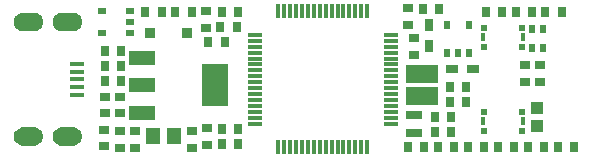
<source format=gbr>
G04 #@! TF.FileFunction,Paste,Top*
%FSLAX46Y46*%
G04 Gerber Fmt 4.6, Leading zero omitted, Abs format (unit mm)*
G04 Created by KiCad (PCBNEW 4.0.7-e2-6376~58~ubuntu16.04.1) date Mon Jan 29 22:03:36 2018*
%MOMM*%
%LPD*%
G01*
G04 APERTURE LIST*
%ADD10C,0.100000*%
%ADD11C,0.127000*%
%ADD12R,0.899160X0.949960*%
%ADD13R,1.150000X1.400000*%
%ADD14R,0.548640X0.797560*%
%ADD15R,1.148080X0.398780*%
%ADD16O,2.300000X1.400000*%
%ADD17R,1.399540X0.698500*%
%ADD18R,1.016000X0.762000*%
%ADD19R,2.700000X1.500000*%
%ADD20R,1.198880X0.299720*%
%ADD21R,0.299720X1.198880*%
%ADD22R,0.625000X0.575000*%
%ADD23R,0.325000X0.700000*%
%ADD24R,0.762000X1.016000*%
%ADD25R,2.235200X1.219200*%
%ADD26R,2.200000X3.600000*%
%ADD27R,0.550000X0.800000*%
%ADD28R,0.800000X0.550000*%
%ADD29R,1.016000X1.016000*%
%ADD30R,0.762000X0.889000*%
%ADD31R,0.889000X0.762000*%
G04 APERTURE END LIST*
D10*
D11*
G36*
X1300480Y7282180D02*
X2199640Y7282180D01*
X2334260Y7266940D01*
X2466340Y7228840D01*
X2588260Y7162800D01*
X2694940Y7076440D01*
X2781300Y6969760D01*
X2844800Y6850380D01*
X2885440Y6718300D01*
X2898140Y6581140D01*
X2885440Y6443980D01*
X2844800Y6314440D01*
X2781300Y6192520D01*
X2694940Y6085840D01*
X2588260Y5999480D01*
X2466340Y5933440D01*
X2334260Y5895340D01*
X2199640Y5880100D01*
X1300480Y5880100D01*
X1165860Y5895340D01*
X1033780Y5933440D01*
X911860Y5999480D01*
X805180Y6085840D01*
X718820Y6192520D01*
X655320Y6314440D01*
X614680Y6443980D01*
X601980Y6581140D01*
X614680Y6718300D01*
X655320Y6850380D01*
X718820Y6969760D01*
X805180Y7076440D01*
X911860Y7162800D01*
X1033780Y7228840D01*
X1165860Y7266940D01*
X1300480Y7282180D01*
X1300480Y7282180D01*
G37*
X1300480Y7282180D02*
X2199640Y7282180D01*
X2334260Y7266940D01*
X2466340Y7228840D01*
X2588260Y7162800D01*
X2694940Y7076440D01*
X2781300Y6969760D01*
X2844800Y6850380D01*
X2885440Y6718300D01*
X2898140Y6581140D01*
X2885440Y6443980D01*
X2844800Y6314440D01*
X2781300Y6192520D01*
X2694940Y6085840D01*
X2588260Y5999480D01*
X2466340Y5933440D01*
X2334260Y5895340D01*
X2199640Y5880100D01*
X1300480Y5880100D01*
X1165860Y5895340D01*
X1033780Y5933440D01*
X911860Y5999480D01*
X805180Y6085840D01*
X718820Y6192520D01*
X655320Y6314440D01*
X614680Y6443980D01*
X601980Y6581140D01*
X614680Y6718300D01*
X655320Y6850380D01*
X718820Y6969760D01*
X805180Y7076440D01*
X911860Y7162800D01*
X1033780Y7228840D01*
X1165860Y7266940D01*
X1300480Y7282180D01*
G36*
X1300480Y16979900D02*
X2199640Y16979900D01*
X2334260Y16964660D01*
X2466340Y16926560D01*
X2588260Y16860520D01*
X2694940Y16774160D01*
X2781300Y16667480D01*
X2844800Y16545560D01*
X2885440Y16416020D01*
X2898140Y16278860D01*
X2885440Y16141700D01*
X2844800Y16009620D01*
X2781300Y15890240D01*
X2694940Y15783560D01*
X2588260Y15697200D01*
X2466340Y15631160D01*
X2334260Y15593060D01*
X2199640Y15577820D01*
X1300480Y15577820D01*
X1165860Y15593060D01*
X1033780Y15631160D01*
X911860Y15697200D01*
X805180Y15783560D01*
X718820Y15890240D01*
X655320Y16009620D01*
X614680Y16141700D01*
X601980Y16278860D01*
X614680Y16416020D01*
X655320Y16545560D01*
X718820Y16667480D01*
X805180Y16774160D01*
X911860Y16860520D01*
X1033780Y16926560D01*
X1165860Y16964660D01*
X1300480Y16979900D01*
X1300480Y16979900D01*
G37*
X1300480Y16979900D02*
X2199640Y16979900D01*
X2334260Y16964660D01*
X2466340Y16926560D01*
X2588260Y16860520D01*
X2694940Y16774160D01*
X2781300Y16667480D01*
X2844800Y16545560D01*
X2885440Y16416020D01*
X2898140Y16278860D01*
X2885440Y16141700D01*
X2844800Y16009620D01*
X2781300Y15890240D01*
X2694940Y15783560D01*
X2588260Y15697200D01*
X2466340Y15631160D01*
X2334260Y15593060D01*
X2199640Y15577820D01*
X1300480Y15577820D01*
X1165860Y15593060D01*
X1033780Y15631160D01*
X911860Y15697200D01*
X805180Y15783560D01*
X718820Y15890240D01*
X655320Y16009620D01*
X614680Y16141700D01*
X601980Y16278860D01*
X614680Y16416020D01*
X655320Y16545560D01*
X718820Y16667480D01*
X805180Y16774160D01*
X911860Y16860520D01*
X1033780Y16926560D01*
X1165860Y16964660D01*
X1300480Y16979900D01*
G36*
X4599940Y7282180D02*
X5499100Y7282180D01*
X5636260Y7266940D01*
X5765800Y7228840D01*
X5887720Y7162800D01*
X5994400Y7076440D01*
X6080760Y6969760D01*
X6144260Y6850380D01*
X6184900Y6718300D01*
X6197600Y6581140D01*
X6184900Y6443980D01*
X6144260Y6314440D01*
X6080760Y6192520D01*
X5994400Y6085840D01*
X5887720Y5999480D01*
X5765800Y5933440D01*
X5636260Y5895340D01*
X5499100Y5880100D01*
X4599940Y5880100D01*
X4462780Y5895340D01*
X4330700Y5933440D01*
X4208780Y5999480D01*
X4104640Y6085840D01*
X4015740Y6192520D01*
X3952240Y6314440D01*
X3911600Y6443980D01*
X3898900Y6581140D01*
X3911600Y6718300D01*
X3952240Y6850380D01*
X4015740Y6969760D01*
X4104640Y7076440D01*
X4208780Y7162800D01*
X4330700Y7228840D01*
X4462780Y7266940D01*
X4599940Y7282180D01*
X4599940Y7282180D01*
G37*
X4599940Y7282180D02*
X5499100Y7282180D01*
X5636260Y7266940D01*
X5765800Y7228840D01*
X5887720Y7162800D01*
X5994400Y7076440D01*
X6080760Y6969760D01*
X6144260Y6850380D01*
X6184900Y6718300D01*
X6197600Y6581140D01*
X6184900Y6443980D01*
X6144260Y6314440D01*
X6080760Y6192520D01*
X5994400Y6085840D01*
X5887720Y5999480D01*
X5765800Y5933440D01*
X5636260Y5895340D01*
X5499100Y5880100D01*
X4599940Y5880100D01*
X4462780Y5895340D01*
X4330700Y5933440D01*
X4208780Y5999480D01*
X4104640Y6085840D01*
X4015740Y6192520D01*
X3952240Y6314440D01*
X3911600Y6443980D01*
X3898900Y6581140D01*
X3911600Y6718300D01*
X3952240Y6850380D01*
X4015740Y6969760D01*
X4104640Y7076440D01*
X4208780Y7162800D01*
X4330700Y7228840D01*
X4462780Y7266940D01*
X4599940Y7282180D01*
G36*
X4599940Y16979900D02*
X5499100Y16979900D01*
X5636260Y16964660D01*
X5765800Y16926560D01*
X5887720Y16860520D01*
X5994400Y16774160D01*
X6080760Y16667480D01*
X6144260Y16545560D01*
X6184900Y16416020D01*
X6197600Y16278860D01*
X6184900Y16141700D01*
X6144260Y16009620D01*
X6080760Y15890240D01*
X5994400Y15783560D01*
X5887720Y15697200D01*
X5765800Y15631160D01*
X5636260Y15593060D01*
X5499100Y15577820D01*
X4599940Y15577820D01*
X4462780Y15593060D01*
X4330700Y15631160D01*
X4208780Y15697200D01*
X4104640Y15783560D01*
X4015740Y15890240D01*
X3952240Y16009620D01*
X3911600Y16141700D01*
X3898900Y16278860D01*
X3911600Y16416020D01*
X3952240Y16545560D01*
X4015740Y16667480D01*
X4104640Y16774160D01*
X4208780Y16860520D01*
X4330700Y16926560D01*
X4462780Y16964660D01*
X4599940Y16979900D01*
X4599940Y16979900D01*
G37*
X4599940Y16979900D02*
X5499100Y16979900D01*
X5636260Y16964660D01*
X5765800Y16926560D01*
X5887720Y16860520D01*
X5994400Y16774160D01*
X6080760Y16667480D01*
X6144260Y16545560D01*
X6184900Y16416020D01*
X6197600Y16278860D01*
X6184900Y16141700D01*
X6144260Y16009620D01*
X6080760Y15890240D01*
X5994400Y15783560D01*
X5887720Y15697200D01*
X5765800Y15631160D01*
X5636260Y15593060D01*
X5499100Y15577820D01*
X4599940Y15577820D01*
X4462780Y15593060D01*
X4330700Y15631160D01*
X4208780Y15697200D01*
X4104640Y15783560D01*
X4015740Y15890240D01*
X3952240Y16009620D01*
X3911600Y16141700D01*
X3898900Y16278860D01*
X3911600Y16416020D01*
X3952240Y16545560D01*
X4015740Y16667480D01*
X4104640Y16774160D01*
X4208780Y16860520D01*
X4330700Y16926560D01*
X4462780Y16964660D01*
X4599940Y16979900D01*
D12*
X12014200Y15367000D03*
X15163800Y15367000D03*
D13*
X14108000Y6604000D03*
X12308000Y6604000D03*
D14*
X45280580Y14061440D03*
X44381420Y14061440D03*
X44381420Y15656560D03*
X45280580Y15656560D03*
D15*
X5834380Y12727940D03*
X5834380Y12077700D03*
X5834380Y11430000D03*
X5834380Y10782300D03*
X5834380Y10132060D03*
D16*
X1750060Y16278860D03*
X1750060Y6581140D03*
X5049520Y16278860D03*
X5049520Y6581140D03*
D17*
X34417000Y6870700D03*
X34417000Y8369300D03*
D18*
X37642800Y12319000D03*
X39420800Y12319000D03*
D19*
X35052000Y11872000D03*
X35052000Y9972000D03*
D20*
X32418020Y7680960D03*
X32418020Y8181340D03*
X32418020Y8681720D03*
X32418020Y9182100D03*
X32418020Y9682480D03*
X32418020Y10180320D03*
X32418020Y10680700D03*
X32418020Y11181080D03*
X32418020Y11678920D03*
X32418020Y12179300D03*
X32418020Y12679680D03*
X32418020Y13180060D03*
X32418020Y13677900D03*
X32418020Y14178280D03*
X32418020Y14678660D03*
X32418020Y15179040D03*
D21*
X30419040Y17178020D03*
X29918660Y17178020D03*
X29418280Y17178020D03*
X28917900Y17178020D03*
X28420060Y17178020D03*
X27919680Y17178020D03*
X27419300Y17178020D03*
X26918920Y17178020D03*
X26421080Y17178020D03*
X25920700Y17178020D03*
X25420320Y17178020D03*
X24922480Y17178020D03*
X24422100Y17178020D03*
X23921720Y17178020D03*
X23421340Y17178020D03*
X22920960Y17178020D03*
D20*
X20921980Y15179040D03*
X20921980Y14678660D03*
X20921980Y14178280D03*
X20921980Y13677900D03*
X20921980Y13180060D03*
X20921980Y12679680D03*
X20921980Y12179300D03*
X20921980Y11678920D03*
X20921980Y11181080D03*
X20921980Y10680700D03*
X20921980Y10180320D03*
X20921980Y9682480D03*
X20921980Y9182100D03*
X20921980Y8681720D03*
X20921980Y8181340D03*
X20921980Y7680960D03*
D21*
X22920960Y5681980D03*
X23421340Y5681980D03*
X23921720Y5681980D03*
X24422100Y5681980D03*
X24922480Y5681980D03*
X25420320Y5681980D03*
X25920700Y5681980D03*
X26421080Y5681980D03*
X26918920Y5681980D03*
X27419300Y5681980D03*
X27919680Y5681980D03*
X28420060Y5681980D03*
X28917900Y5681980D03*
X29418280Y5681980D03*
X29918660Y5681980D03*
X30419040Y5681980D03*
D22*
X40322500Y8686000D03*
X40322500Y7061500D03*
X43497500Y8686000D03*
X43497500Y7062000D03*
D23*
X40197500Y7874000D03*
X43622500Y7874000D03*
D22*
X40322500Y15798000D03*
X40322500Y14173500D03*
X43497500Y15798000D03*
X43497500Y14174000D03*
D23*
X40197500Y14986000D03*
X43622500Y14986000D03*
D24*
X35687000Y16002000D03*
X35687000Y14224000D03*
D25*
X11379200Y13233400D03*
X11379200Y10922000D03*
X11379200Y8610600D03*
D26*
X17577000Y10922000D03*
D27*
X37150000Y13659000D03*
X38100000Y13659000D03*
X39050000Y13659000D03*
X39050000Y16059000D03*
X37150000Y16059000D03*
D28*
X10344000Y15306000D03*
X10344000Y16256000D03*
X10344000Y17206000D03*
X7944000Y17206000D03*
X7944000Y15306000D03*
D29*
X44831000Y9017000D03*
X44831000Y7493000D03*
D30*
X19494500Y5969000D03*
X18097500Y5969000D03*
X18097500Y7239000D03*
X19494500Y7239000D03*
D31*
X9525000Y7048500D03*
X9525000Y5651500D03*
X15621000Y7048500D03*
X15621000Y5651500D03*
D30*
X9588500Y13843000D03*
X8191500Y13843000D03*
X17970500Y15875000D03*
X19367500Y15875000D03*
X19494500Y17145000D03*
X18097500Y17145000D03*
D31*
X33909000Y16065500D03*
X33909000Y17462500D03*
X34417000Y13525500D03*
X34417000Y14922500D03*
D30*
X35115500Y17399000D03*
X36512500Y17399000D03*
X37401500Y10795000D03*
X38798500Y10795000D03*
X37401500Y9525000D03*
X38798500Y9525000D03*
X35242500Y5715000D03*
X33845500Y5715000D03*
X36131500Y6997700D03*
X37528500Y6997700D03*
X36131500Y8255000D03*
X37528500Y8255000D03*
X44005500Y5715000D03*
X45402500Y5715000D03*
X41846500Y17145000D03*
X40449500Y17145000D03*
D31*
X10795000Y5651500D03*
X10795000Y7048500D03*
D30*
X14160500Y17145000D03*
X15557500Y17145000D03*
D31*
X9525000Y8572500D03*
X9525000Y9969500D03*
X8255000Y9969500D03*
X8255000Y8572500D03*
D30*
X8191500Y11252200D03*
X9588500Y11252200D03*
X8191500Y12522200D03*
X9588500Y12522200D03*
X11620500Y17145000D03*
X13017500Y17145000D03*
D31*
X16764000Y17208500D03*
X16764000Y15811500D03*
D30*
X18351500Y14605000D03*
X16954500Y14605000D03*
X37782500Y5715000D03*
X36385500Y5715000D03*
X40322500Y5715000D03*
X38925500Y5715000D03*
X41465500Y5715000D03*
X42862500Y5715000D03*
X44386500Y17145000D03*
X42989500Y17145000D03*
D31*
X45085000Y11239500D03*
X45085000Y12636500D03*
X43815000Y11239500D03*
X43815000Y12636500D03*
D30*
X46901100Y17145000D03*
X45504100Y17145000D03*
D31*
X16891000Y7302500D03*
X16891000Y5905500D03*
X8128000Y5778500D03*
X8128000Y7175500D03*
D30*
X46545500Y5715000D03*
X47942500Y5715000D03*
M02*

</source>
